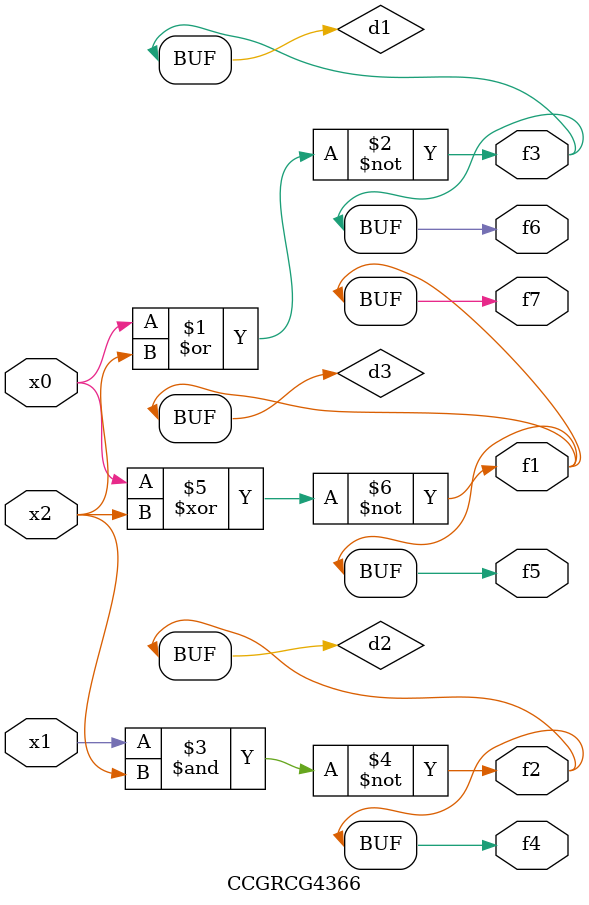
<source format=v>
module CCGRCG4366(
	input x0, x1, x2,
	output f1, f2, f3, f4, f5, f6, f7
);

	wire d1, d2, d3;

	nor (d1, x0, x2);
	nand (d2, x1, x2);
	xnor (d3, x0, x2);
	assign f1 = d3;
	assign f2 = d2;
	assign f3 = d1;
	assign f4 = d2;
	assign f5 = d3;
	assign f6 = d1;
	assign f7 = d3;
endmodule

</source>
